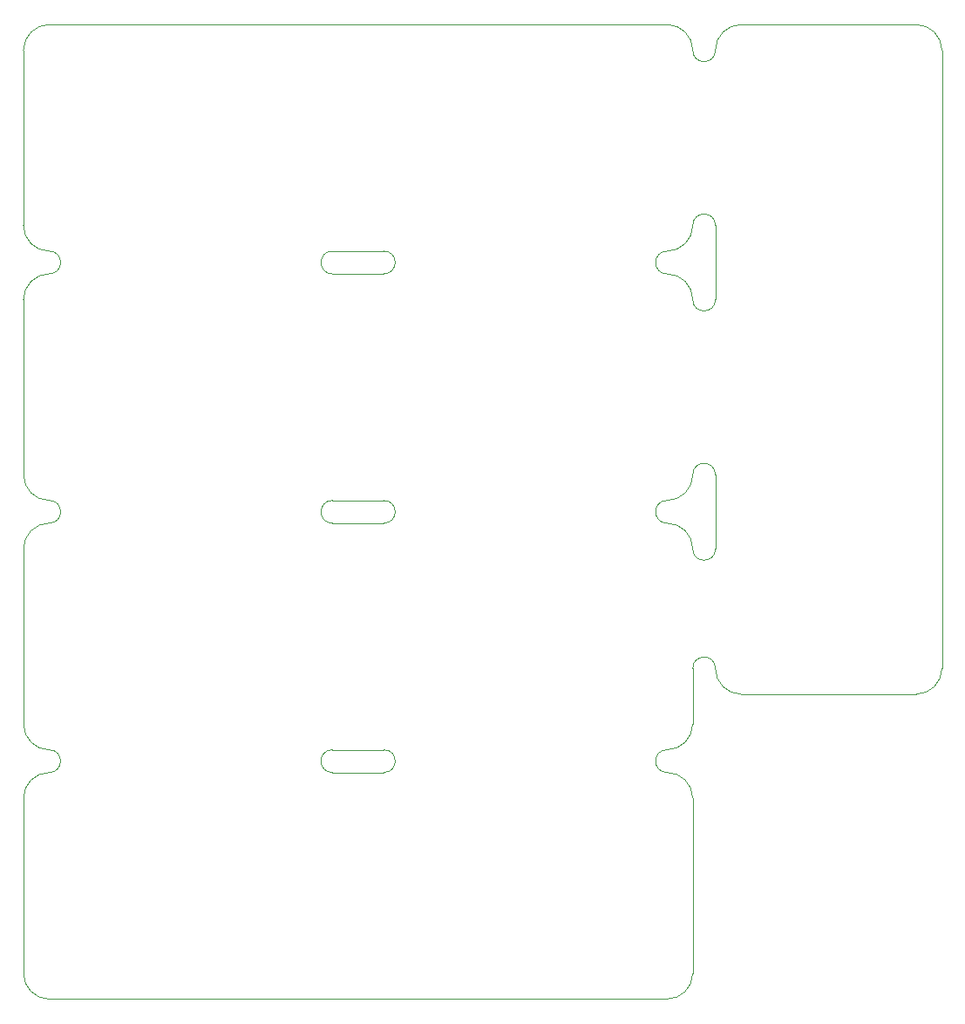
<source format=gbr>
%TF.GenerationSoftware,KiCad,Pcbnew,8.0.2*%
%TF.CreationDate,2024-05-05T17:49:44+09:00*%
%TF.ProjectId,ikafly_rev1_p,696b6166-6c79-45f7-9265-76315f702e6b,rev?*%
%TF.SameCoordinates,Original*%
%TF.FileFunction,Profile,NP*%
%FSLAX46Y46*%
G04 Gerber Fmt 4.6, Leading zero omitted, Abs format (unit mm)*
G04 Created by KiCad (PCBNEW 8.0.2) date 2024-05-05 17:49:44*
%MOMM*%
%LPD*%
G01*
G04 APERTURE LIST*
%TA.AperFunction,Profile*%
%ADD10C,0.050000*%
%TD*%
%TA.AperFunction,Profile*%
%ADD11C,0.100000*%
%TD*%
G04 APERTURE END LIST*
D10*
X153250000Y-77900000D02*
X153250000Y-70700000D01*
X153250000Y-102100000D02*
X153250000Y-94900000D01*
X151050000Y-119100000D02*
X151050000Y-113700000D01*
D11*
X153250000Y-102100000D02*
G75*
G02*
X151050000Y-102100000I-1100000J0D01*
G01*
X151050000Y-94900000D02*
G75*
G02*
X153250000Y-94900000I1100000J0D01*
G01*
X151050000Y-70700000D02*
G75*
G02*
X153250000Y-70700000I1100000J0D01*
G01*
X153250000Y-77900000D02*
G75*
G02*
X151050000Y-77900000I-1100000J0D01*
G01*
X153250000Y-53700000D02*
G75*
G02*
X151050000Y-53700000I-1100000J0D01*
G01*
X151050000Y-113700000D02*
G75*
G02*
X153250000Y-113700000I1100000J0D01*
G01*
X88550000Y-97400000D02*
G75*
G02*
X88550000Y-99600000I0J-1100000D01*
G01*
X116050000Y-99600000D02*
G75*
G02*
X116050000Y-97400000I0J1100000D01*
G01*
X148550000Y-99600000D02*
G75*
G02*
X148550000Y-97400000I0J1100000D01*
G01*
X121050000Y-97400000D02*
X116050000Y-97400000D01*
X121050000Y-99600000D02*
X116050000Y-99600000D01*
X121050000Y-97400000D02*
G75*
G02*
X121050000Y-99600000I0J-1100000D01*
G01*
X155750000Y-116200000D02*
G75*
G02*
X153250000Y-113700000I0J2500000D01*
G01*
X155750000Y-116200000D02*
X172750000Y-116200000D01*
X153250000Y-53700000D02*
G75*
G02*
X155750000Y-51200000I2500000J0D01*
G01*
X172750000Y-51200000D02*
X155750000Y-51200000D01*
X175250000Y-113700000D02*
G75*
G02*
X172750000Y-116200000I-2500000J0D01*
G01*
X172750000Y-51200000D02*
G75*
G02*
X175250000Y-53700000I0J-2500000D01*
G01*
X86050000Y-102100000D02*
G75*
G02*
X88550000Y-99600000I2500000J0D01*
G01*
X148550000Y-145800000D02*
X91450000Y-145800001D01*
X86050000Y-143300000D02*
X86050000Y-126300000D01*
X86050000Y-102100000D02*
X86050000Y-119100000D01*
X121050000Y-121600000D02*
X116050000Y-121600000D01*
X88550000Y-121600000D02*
G75*
G02*
X88550000Y-123800000I0J-1100000D01*
G01*
X148550000Y-99600000D02*
G75*
G02*
X151050000Y-102100000I0J-2500000D01*
G01*
X88550000Y-145800000D02*
G75*
G02*
X86050000Y-143300000I0J2500000D01*
G01*
X121050000Y-123800000D02*
X116050000Y-123800000D01*
X88550000Y-145800000D02*
X91450000Y-145800001D01*
X116050000Y-123800000D02*
G75*
G02*
X116050000Y-121600000I0J1100000D01*
G01*
X151050000Y-143300000D02*
G75*
G02*
X148550000Y-145800000I-2500000J0D01*
G01*
X86050000Y-126300000D02*
G75*
G02*
X88550000Y-123800000I2500000J0D01*
G01*
X88550000Y-121600000D02*
G75*
G02*
X86050000Y-119100000I0J2500000D01*
G01*
X148550000Y-123800000D02*
G75*
G02*
X151050000Y-126300000I0J-2500000D01*
G01*
X151050000Y-119100000D02*
G75*
G02*
X148550000Y-121600000I-2500000J0D01*
G01*
X121050000Y-121600000D02*
G75*
G02*
X121050000Y-123800000I0J-1100000D01*
G01*
X148550000Y-123800000D02*
G75*
G02*
X148550000Y-121600000I0J1100000D01*
G01*
X151050000Y-143300000D02*
X151050000Y-126300000D01*
X148550000Y-75400000D02*
G75*
G02*
X151050000Y-77900000I0J-2500000D01*
G01*
X151050000Y-70700000D02*
G75*
G02*
X148550000Y-73200000I-2500000J0D01*
G01*
X86050000Y-94900000D02*
X86050000Y-77900000D01*
X121050000Y-73200000D02*
X116050000Y-73200000D01*
X88550000Y-73200000D02*
G75*
G02*
X88550000Y-75400000I0J-1100000D01*
G01*
X121050000Y-73200000D02*
G75*
G02*
X121050000Y-75400000I0J-1100000D01*
G01*
X86050000Y-53700000D02*
G75*
G02*
X88550000Y-51200000I2500000J0D01*
G01*
X148550000Y-51200000D02*
G75*
G02*
X151050000Y-53700000I0J-2500000D01*
G01*
X86050000Y-53700000D02*
X86050000Y-70700000D01*
X151050000Y-94900000D02*
G75*
G02*
X148550000Y-97400000I-2500000J0D01*
G01*
X88550000Y-97400000D02*
G75*
G02*
X86050000Y-94900000I0J2500000D01*
G01*
X88550000Y-51200000D02*
X148550000Y-51200000D01*
X86050000Y-77900000D02*
G75*
G02*
X88550000Y-75400000I2500000J0D01*
G01*
X121050000Y-75400000D02*
X116050000Y-75400000D01*
X116050000Y-75400000D02*
G75*
G02*
X116050000Y-73200000I0J1100000D01*
G01*
X148550000Y-75400000D02*
G75*
G02*
X148550000Y-73200000I0J1100000D01*
G01*
X88550000Y-73200000D02*
G75*
G02*
X86050000Y-70700000I0J2500000D01*
G01*
X175250000Y-113700000D02*
X175250000Y-53700000D01*
M02*

</source>
